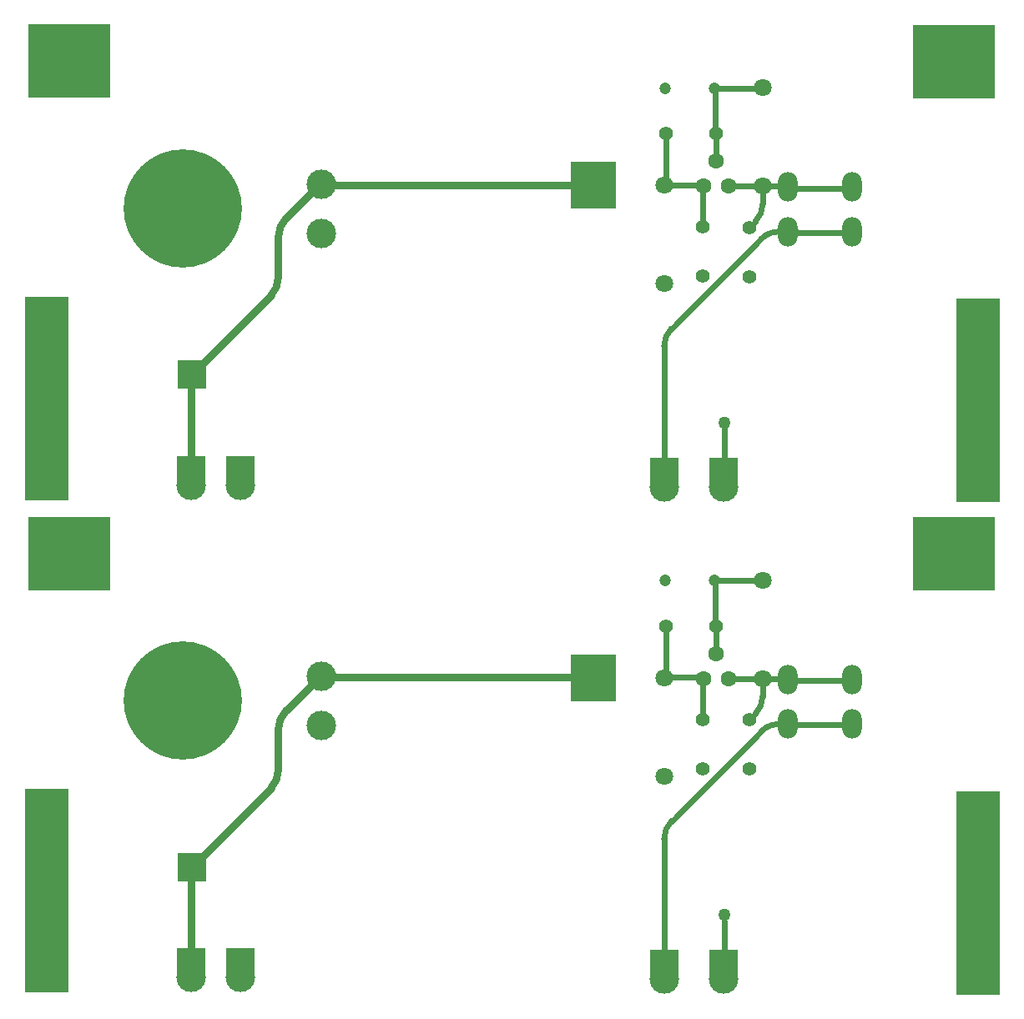
<source format=gtl>
G04*
G04 #@! TF.GenerationSoftware,Altium Limited,Altium Designer,21.0.8 (223)*
G04*
G04 Layer_Physical_Order=1*
G04 Layer_Color=255*
%FSLAX44Y44*%
%MOMM*%
G71*
G04*
G04 #@! TF.SameCoordinates,78419CC2-0C4D-43F0-A895-43AD8DE1811A*
G04*
G04*
G04 #@! TF.FilePolarity,Positive*
G04*
G01*
G75*
%ADD10C,0.6000*%
%ADD11C,0.8000*%
%ADD12C,3.0000*%
%ADD13R,3.0000X3.0000*%
%ADD14C,0.2540*%
%ADD15R,4.6250X4.7000*%
%ADD16R,8.3250X7.5750*%
%ADD17R,4.5000X20.7000*%
%ADD18C,1.4000*%
%ADD19C,1.2000*%
%ADD20C,1.8000*%
%ADD21C,1.6000*%
%ADD22O,2.0000X3.0000*%
%ADD23C,12.0000*%
%ADD24C,1.2700*%
D10*
X1016801Y556511D02*
G03*
X1024240Y574471I-17960J17960D01*
G01*
X1033065Y545043D02*
G03*
X1022856Y538815I7751J-24188D01*
G01*
X1040816Y546255D02*
G03*
X1033065Y545043I0J-25400D01*
G01*
X931680Y447640D02*
G03*
X924240Y429679I17960J-17960D01*
G01*
X924740Y593575D02*
X962465D01*
X1024240Y592200D02*
X1055130D01*
X1010740Y550450D02*
X1016801Y556511D01*
X1024240Y574471D02*
Y592200D01*
X1056990Y545340D02*
Y547450D01*
Y545340D02*
X1121990D01*
X1049240Y537590D02*
X1056990Y545340D01*
X1040816Y546255D02*
X1049990D01*
X931680Y447640D02*
X1022856Y538815D01*
X924240Y302200D02*
Y429679D01*
Y287200D02*
Y302200D01*
X924740Y593575D02*
X926515Y595350D01*
X924740Y593200D02*
Y593575D01*
X926515Y595350D02*
Y645675D01*
X1023990Y691950D02*
X1026490D01*
X976490Y645700D02*
Y690950D01*
Y691950D02*
X1023990D01*
X1024240Y692200D01*
X494240Y288950D02*
Y303950D01*
X1056990Y590340D02*
X1121990D01*
X984990Y302450D02*
Y345950D01*
X962465Y593575D02*
X963840Y592200D01*
X963540Y591900D02*
X963840Y592200D01*
X963540Y551250D02*
Y591900D01*
X963240Y550950D02*
X963540Y551250D01*
X976490Y645700D02*
X976515Y645675D01*
Y617625D02*
Y645675D01*
Y617625D02*
X976540Y617600D01*
X976515Y647925D02*
X976890Y648300D01*
X976115Y645325D02*
X976490Y645700D01*
X1055130Y592200D02*
X1056990Y590340D01*
X989240Y592200D02*
X1024240D01*
X1016801Y1056510D02*
G03*
X1024240Y1074471I-17960J17960D01*
G01*
X1033065Y1045043D02*
G03*
X1022856Y1038816I7751J-24188D01*
G01*
X1040816Y1046255D02*
G03*
X1033065Y1045043I0J-25400D01*
G01*
X931680Y947639D02*
G03*
X924240Y929679I17960J-17960D01*
G01*
X924740Y1093575D02*
X962465D01*
X1024240Y1092200D02*
X1055130D01*
X1010740Y1050450D02*
X1016801Y1056510D01*
X1024240Y1074471D02*
Y1092200D01*
X1056990Y1045340D02*
Y1047450D01*
Y1045340D02*
X1121990D01*
X1049240Y1037590D02*
X1056990Y1045340D01*
X1040816Y1046255D02*
X1049990D01*
X931680Y947639D02*
X1022856Y1038816D01*
X924240Y802200D02*
Y929679D01*
Y787200D02*
Y802200D01*
X924740Y1093575D02*
X926515Y1095350D01*
X924740Y1093200D02*
Y1093575D01*
X926515Y1095350D02*
Y1145675D01*
X1023990Y1191950D02*
X1026490D01*
X976490Y1145700D02*
Y1190950D01*
Y1191950D02*
X1023990D01*
X1024240Y1192200D01*
X494240Y788950D02*
Y803950D01*
X1056990Y1090340D02*
X1121990D01*
X984990Y802450D02*
Y845950D01*
X962465Y1093575D02*
X963840Y1092200D01*
X963540Y1091900D02*
X963840Y1092200D01*
X963540Y1051250D02*
Y1091900D01*
X963240Y1050950D02*
X963540Y1051250D01*
X976490Y1145700D02*
X976515Y1145675D01*
Y1117625D02*
Y1145675D01*
Y1117625D02*
X976540Y1117600D01*
X976515Y1147925D02*
X976890Y1148300D01*
X976115Y1145325D02*
X976490Y1145700D01*
X1055130Y1092200D02*
X1056990Y1090340D01*
X989240Y1092200D02*
X1024240D01*
D11*
X576490Y594450D02*
G03*
X573284Y592494I2447J-7617D01*
G01*
X541054Y560264D02*
G03*
X532740Y540179I20104J-20085D01*
G01*
X541063Y560273D02*
G03*
X541054Y560264I5653J-5661D01*
G01*
X525300Y481260D02*
G03*
X532740Y499221I-17960J17960D01*
G01*
X541063Y560273D02*
X573284Y592494D01*
X444990Y400950D02*
X447457Y403417D01*
X525300Y481260D01*
X532740Y499221D02*
Y540179D01*
X576490Y600950D02*
X582443D01*
X589818Y593575D01*
X573240Y597700D02*
X576490Y600950D01*
X444240Y303950D02*
Y401700D01*
Y288950D02*
Y303950D01*
X589818Y593575D02*
X839365D01*
X441006Y405716D02*
X441006Y405716D01*
X576490Y1094450D02*
G03*
X573284Y1092494I2447J-7617D01*
G01*
X541054Y1060264D02*
G03*
X532740Y1040179I20104J-20085D01*
G01*
X541063Y1060273D02*
G03*
X541054Y1060264I5653J-5661D01*
G01*
X525300Y981261D02*
G03*
X532740Y999221I-17960J17960D01*
G01*
X541063Y1060273D02*
X573284Y1092494D01*
X444990Y900950D02*
X447457Y903417D01*
X525300Y981261D01*
X532740Y999221D02*
Y1040179D01*
X576490Y1100950D02*
X582443D01*
X589818Y1093575D01*
X573240Y1097700D02*
X576490Y1100950D01*
X444240Y803950D02*
Y901700D01*
Y788950D02*
Y803950D01*
X589818Y1093575D02*
X839365D01*
X441006Y905716D02*
X441006Y905716D01*
D12*
X984740Y287200D02*
D03*
X924240D02*
D03*
X444240Y288950D02*
D03*
X494240D02*
D03*
X984740Y787200D02*
D03*
X924240D02*
D03*
X444240Y788950D02*
D03*
X494240D02*
D03*
X576490Y594450D02*
D03*
Y544450D02*
D03*
Y1094450D02*
D03*
Y1044450D02*
D03*
D13*
X984740Y302200D02*
D03*
X924240D02*
D03*
X444990Y400950D02*
D03*
X444240Y303950D02*
D03*
X494240D02*
D03*
X984740Y802200D02*
D03*
X924240D02*
D03*
X444990Y900950D02*
D03*
X444240Y803950D02*
D03*
X494240D02*
D03*
D14*
X984740Y302200D02*
X984990Y302450D01*
Y345950D02*
Y352200D01*
X984740Y802200D02*
X984990Y802450D01*
Y845950D02*
Y852200D01*
D15*
X852365Y593200D02*
D03*
Y1093200D02*
D03*
D16*
X1218560Y718742D02*
D03*
X320365Y719325D02*
D03*
X1218560Y1218742D02*
D03*
X320365Y1219325D02*
D03*
D17*
X297740Y376950D02*
D03*
X1242490Y374840D02*
D03*
X297740Y876950D02*
D03*
X1242490Y874840D02*
D03*
D18*
X1010740Y550450D02*
D03*
Y500450D02*
D03*
X926515Y645675D02*
D03*
X976515D02*
D03*
X963240Y500950D02*
D03*
Y550950D02*
D03*
X1010740Y1050450D02*
D03*
Y1000450D02*
D03*
X926515Y1145675D02*
D03*
X976515D02*
D03*
X963240Y1000950D02*
D03*
Y1050950D02*
D03*
D19*
X925690Y691950D02*
D03*
X975490D02*
D03*
X925690Y1191950D02*
D03*
X975490D02*
D03*
D20*
X1024240Y692200D02*
D03*
Y592200D02*
D03*
X924740Y493200D02*
D03*
Y593200D02*
D03*
X1024240Y1192200D02*
D03*
Y1092200D02*
D03*
X924740Y993200D02*
D03*
Y1093200D02*
D03*
D21*
X976540Y617600D02*
D03*
X989240Y592200D02*
D03*
X963840D02*
D03*
X976540Y1117600D02*
D03*
X989240Y1092200D02*
D03*
X963840D02*
D03*
D22*
X1114990Y591255D02*
D03*
Y546255D02*
D03*
X1049990Y591255D02*
D03*
Y546255D02*
D03*
X1114990Y1091255D02*
D03*
Y1046255D02*
D03*
X1049990Y1091255D02*
D03*
Y1046255D02*
D03*
D23*
X435990Y569700D02*
D03*
Y1069700D02*
D03*
D24*
X494240Y303950D02*
D03*
X984990Y352200D02*
D03*
X294990Y341090D02*
D03*
Y366090D02*
D03*
Y391090D02*
D03*
Y416090D02*
D03*
Y316090D02*
D03*
Y440090D02*
D03*
X1239990Y343590D02*
D03*
Y368590D02*
D03*
Y393590D02*
D03*
Y418590D02*
D03*
Y318590D02*
D03*
Y442590D02*
D03*
X494240Y803950D02*
D03*
X984990Y852200D02*
D03*
X294990Y841090D02*
D03*
Y866090D02*
D03*
Y891090D02*
D03*
Y916090D02*
D03*
Y816090D02*
D03*
Y940090D02*
D03*
X1239990Y843590D02*
D03*
Y868590D02*
D03*
Y893590D02*
D03*
Y918590D02*
D03*
Y818590D02*
D03*
Y942590D02*
D03*
M02*

</source>
